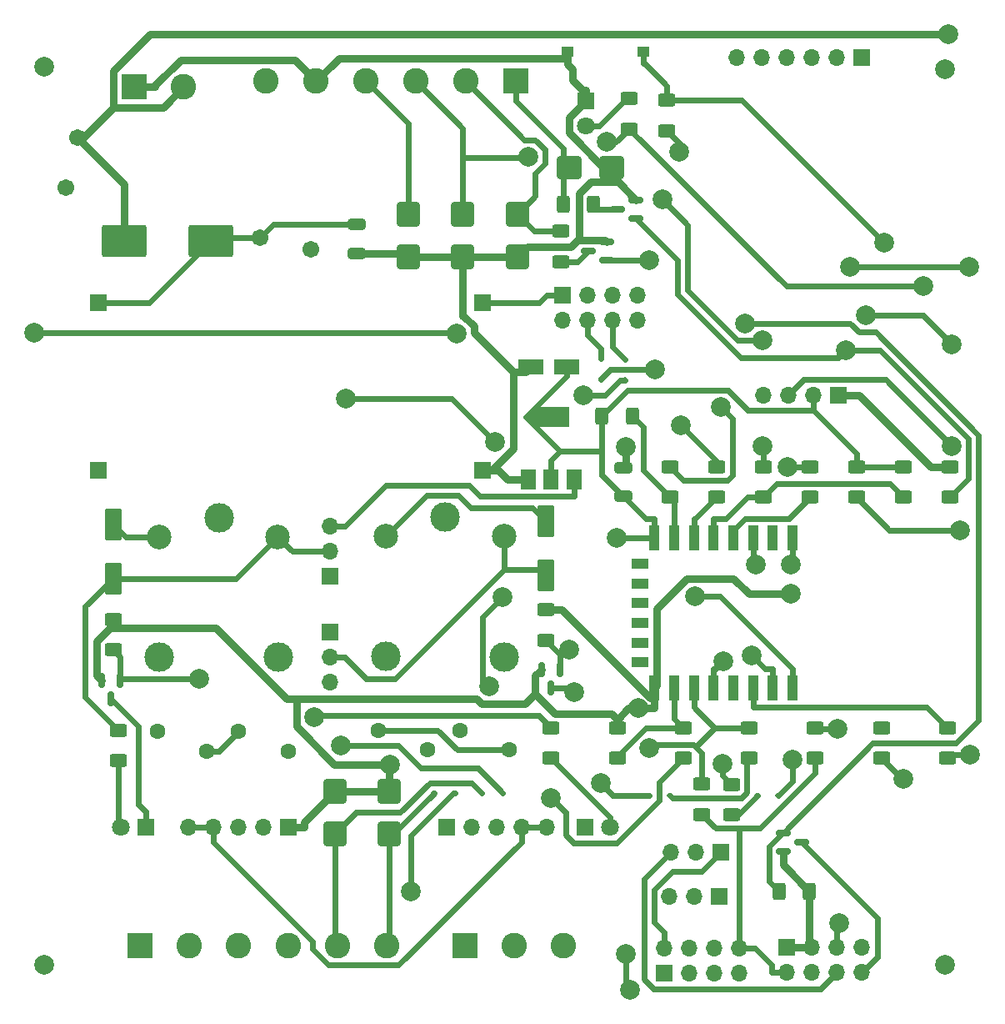
<source format=gbr>
%TF.GenerationSoftware,KiCad,Pcbnew,7.0.8*%
%TF.CreationDate,2024-12-20T13:37:24-03:00*%
%TF.ProjectId,Tesseract,54657373-6572-4616-9374-2e6b69636164,rev?*%
%TF.SameCoordinates,Original*%
%TF.FileFunction,Copper,L1,Top*%
%TF.FilePolarity,Positive*%
%FSLAX46Y46*%
G04 Gerber Fmt 4.6, Leading zero omitted, Abs format (unit mm)*
G04 Created by KiCad (PCBNEW 7.0.8) date 2024-12-20 13:37:24*
%MOMM*%
%LPD*%
G01*
G04 APERTURE LIST*
G04 Aperture macros list*
%AMRoundRect*
0 Rectangle with rounded corners*
0 $1 Rounding radius*
0 $2 $3 $4 $5 $6 $7 $8 $9 X,Y pos of 4 corners*
0 Add a 4 corners polygon primitive as box body*
4,1,4,$2,$3,$4,$5,$6,$7,$8,$9,$2,$3,0*
0 Add four circle primitives for the rounded corners*
1,1,$1+$1,$2,$3*
1,1,$1+$1,$4,$5*
1,1,$1+$1,$6,$7*
1,1,$1+$1,$8,$9*
0 Add four rect primitives between the rounded corners*
20,1,$1+$1,$2,$3,$4,$5,0*
20,1,$1+$1,$4,$5,$6,$7,0*
20,1,$1+$1,$6,$7,$8,$9,0*
20,1,$1+$1,$8,$9,$2,$3,0*%
G04 Aperture macros list end*
%TA.AperFunction,ComponentPad*%
%ADD10R,2.600000X2.600000*%
%TD*%
%TA.AperFunction,ComponentPad*%
%ADD11C,2.600000*%
%TD*%
%TA.AperFunction,SMDPad,CuDef*%
%ADD12R,1.000000X2.500000*%
%TD*%
%TA.AperFunction,SMDPad,CuDef*%
%ADD13R,1.800000X1.000000*%
%TD*%
%TA.AperFunction,SMDPad,CuDef*%
%ADD14RoundRect,0.250000X-1.000000X-0.900000X1.000000X-0.900000X1.000000X0.900000X-1.000000X0.900000X0*%
%TD*%
%TA.AperFunction,SMDPad,CuDef*%
%ADD15RoundRect,0.250000X0.625000X-0.400000X0.625000X0.400000X-0.625000X0.400000X-0.625000X-0.400000X0*%
%TD*%
%TA.AperFunction,ComponentPad*%
%ADD16C,1.600000*%
%TD*%
%TA.AperFunction,SMDPad,CuDef*%
%ADD17RoundRect,0.250000X0.600000X-1.400000X0.600000X1.400000X-0.600000X1.400000X-0.600000X-1.400000X0*%
%TD*%
%TA.AperFunction,SMDPad,CuDef*%
%ADD18RoundRect,0.250000X1.050000X0.550000X-1.050000X0.550000X-1.050000X-0.550000X1.050000X-0.550000X0*%
%TD*%
%TA.AperFunction,SMDPad,CuDef*%
%ADD19RoundRect,0.112500X-0.187500X-0.112500X0.187500X-0.112500X0.187500X0.112500X-0.187500X0.112500X0*%
%TD*%
%TA.AperFunction,ComponentPad*%
%ADD20R,1.700000X1.700000*%
%TD*%
%TA.AperFunction,ComponentPad*%
%ADD21O,1.700000X1.700000*%
%TD*%
%TA.AperFunction,SMDPad,CuDef*%
%ADD22RoundRect,0.250000X-0.625000X0.400000X-0.625000X-0.400000X0.625000X-0.400000X0.625000X0.400000X0*%
%TD*%
%TA.AperFunction,SMDPad,CuDef*%
%ADD23RoundRect,0.250000X-0.650000X0.325000X-0.650000X-0.325000X0.650000X-0.325000X0.650000X0.325000X0*%
%TD*%
%TA.AperFunction,ComponentPad*%
%ADD24R,1.800000X1.800000*%
%TD*%
%TA.AperFunction,ComponentPad*%
%ADD25C,1.800000*%
%TD*%
%TA.AperFunction,SMDPad,CuDef*%
%ADD26RoundRect,0.112500X-0.112500X0.187500X-0.112500X-0.187500X0.112500X-0.187500X0.112500X0.187500X0*%
%TD*%
%TA.AperFunction,ComponentPad*%
%ADD27C,1.710000*%
%TD*%
%TA.AperFunction,SMDPad,CuDef*%
%ADD28RoundRect,0.250000X0.900000X-1.000000X0.900000X1.000000X-0.900000X1.000000X-0.900000X-1.000000X0*%
%TD*%
%TA.AperFunction,SMDPad,CuDef*%
%ADD29RoundRect,0.250000X-0.900000X1.000000X-0.900000X-1.000000X0.900000X-1.000000X0.900000X1.000000X0*%
%TD*%
%TA.AperFunction,SMDPad,CuDef*%
%ADD30RoundRect,0.150000X-0.150000X0.587500X-0.150000X-0.587500X0.150000X-0.587500X0.150000X0.587500X0*%
%TD*%
%TA.AperFunction,ComponentPad*%
%ADD31C,3.000000*%
%TD*%
%TA.AperFunction,ComponentPad*%
%ADD32C,2.500000*%
%TD*%
%TA.AperFunction,SMDPad,CuDef*%
%ADD33RoundRect,0.250000X-2.000000X1.400000X-2.000000X-1.400000X2.000000X-1.400000X2.000000X1.400000X0*%
%TD*%
%TA.AperFunction,SMDPad,CuDef*%
%ADD34RoundRect,0.150000X0.587500X0.150000X-0.587500X0.150000X-0.587500X-0.150000X0.587500X-0.150000X0*%
%TD*%
%TA.AperFunction,SMDPad,CuDef*%
%ADD35RoundRect,0.150000X-0.587500X-0.150000X0.587500X-0.150000X0.587500X0.150000X-0.587500X0.150000X0*%
%TD*%
%TA.AperFunction,SMDPad,CuDef*%
%ADD36R,1.250000X1.000000*%
%TD*%
%TA.AperFunction,SMDPad,CuDef*%
%ADD37RoundRect,0.250000X-0.400000X-0.625000X0.400000X-0.625000X0.400000X0.625000X-0.400000X0.625000X0*%
%TD*%
%TA.AperFunction,SMDPad,CuDef*%
%ADD38R,1.500000X2.000000*%
%TD*%
%TA.AperFunction,SMDPad,CuDef*%
%ADD39R,3.800000X2.000000*%
%TD*%
%TA.AperFunction,SMDPad,CuDef*%
%ADD40RoundRect,0.112500X0.187500X0.112500X-0.187500X0.112500X-0.187500X-0.112500X0.187500X-0.112500X0*%
%TD*%
%TA.AperFunction,ViaPad*%
%ADD41C,2.000000*%
%TD*%
%TA.AperFunction,Conductor*%
%ADD42C,0.600000*%
%TD*%
%TA.AperFunction,Conductor*%
%ADD43C,0.800000*%
%TD*%
G04 APERTURE END LIST*
D10*
%TO.P,J22,1,Pin_1*%
%TO.N,Net-(J22-Pin_1)*%
X33250000Y-119000000D03*
D11*
%TO.P,J22,2,Pin_2*%
%TO.N,Net-(J22-Pin_2)*%
X38250000Y-119000000D03*
%TO.P,J22,3,Pin_3*%
%TO.N,Net-(J22-Pin_3)*%
X43250000Y-119000000D03*
%TO.P,J22,4,Pin_4*%
%TO.N,GND*%
X48250000Y-119000000D03*
%TO.P,J22,5,Pin_5*%
%TO.N,Net-(D5-K)*%
X53250000Y-119000000D03*
%TO.P,J22,6,Pin_6*%
%TO.N,BTN*%
X58250000Y-119000000D03*
%TD*%
D12*
%TO.P,U3,1,~{RST}*%
%TO.N,Net-(U3-~{RST})*%
X99500000Y-77650000D03*
%TO.P,U3,2,ADC*%
%TO.N,unconnected-(U3-ADC-Pad2)*%
X97500000Y-77650000D03*
%TO.P,U3,3,EN*%
%TO.N,Net-(U3-EN)*%
X95500000Y-77650000D03*
%TO.P,U3,4,GPIO16*%
%TO.N,GPIO16*%
X93500000Y-77650000D03*
%TO.P,U3,5,GPIO14*%
%TO.N,GPIO14*%
X91500000Y-77650000D03*
%TO.P,U3,6,GPIO12*%
%TO.N,GPIO12*%
X89500000Y-77650000D03*
%TO.P,U3,7,GPIO13*%
%TO.N,GPIO13*%
X87500000Y-77650000D03*
%TO.P,U3,8,VCC*%
%TO.N,+3.3V*%
X85500000Y-77650000D03*
D13*
%TO.P,U3,9,CS0*%
%TO.N,unconnected-(U3-CS0-Pad9)*%
X84000000Y-80250000D03*
%TO.P,U3,10,MISO*%
%TO.N,unconnected-(U3-MISO-Pad10)*%
X84000000Y-82250000D03*
%TO.P,U3,11,GPIO9*%
%TO.N,unconnected-(U3-GPIO9-Pad11)*%
X84000000Y-84250000D03*
%TO.P,U3,12,GPIO10*%
%TO.N,unconnected-(U3-GPIO10-Pad12)*%
X84000000Y-86250000D03*
%TO.P,U3,13,MOSI*%
%TO.N,unconnected-(U3-MOSI-Pad13)*%
X84000000Y-88250000D03*
%TO.P,U3,14,SCLK*%
%TO.N,unconnected-(U3-SCLK-Pad14)*%
X84000000Y-90250000D03*
D12*
%TO.P,U3,15,GND*%
%TO.N,GND*%
X85500000Y-92850000D03*
%TO.P,U3,16,GPIO15*%
%TO.N,GPIO15*%
X87500000Y-92850000D03*
%TO.P,U3,17,GPIO2*%
%TO.N,GPIO2*%
X89500000Y-92850000D03*
%TO.P,U3,18,GPIO0*%
%TO.N,GPIO0*%
X91500000Y-92850000D03*
%TO.P,U3,19,GPIO4*%
%TO.N,GPIO4*%
X93500000Y-92850000D03*
%TO.P,U3,20,GPIO5*%
%TO.N,GPIO5*%
X95500000Y-92850000D03*
%TO.P,U3,21,GPIO3/RXD*%
%TO.N,SDA{slash}RX*%
X97500000Y-92850000D03*
%TO.P,U3,22,GPIO1/TXD*%
%TO.N,SCL{slash}TX*%
X99500000Y-92850000D03*
%TD*%
D14*
%TO.P,D12,1,A1*%
%TO.N,BEEP*%
X76850000Y-40000000D03*
%TO.P,D12,2,A2*%
%TO.N,GND*%
X81150000Y-40000000D03*
%TD*%
D15*
%TO.P,R23,1*%
%TO.N,GPIO15*%
X81708300Y-100000000D03*
%TO.P,R23,2*%
%TO.N,GND*%
X81708300Y-96900000D03*
%TD*%
D16*
%TO.P,RV3,1*%
%TO.N,Net-(J14-Pin_1)*%
X62450000Y-99150000D03*
%TO.P,RV3,2*%
%TO.N,Net-(J14-Pin_2)*%
X57450000Y-97150000D03*
%TD*%
D17*
%TO.P,D7,1,K*%
%TO.N,Net-(D7-K)*%
X74450000Y-81400000D03*
%TO.P,D7,2,A*%
%TO.N,Net-(D7-A)*%
X74450000Y-75900000D03*
%TD*%
D18*
%TO.P,C4,1*%
%TO.N,+3.3V*%
X76550000Y-60250000D03*
%TO.P,C4,2*%
%TO.N,GND*%
X72950000Y-60250000D03*
%TD*%
D19*
%TO.P,D17,1,K*%
%TO.N,BTN*%
X63150000Y-103500000D03*
%TO.P,D17,2,A*%
%TO.N,Net-(D17-A)*%
X65250000Y-103500000D03*
%TD*%
D20*
%TO.P,J6,1,Pin_1*%
%TO.N,TXP*%
X92250000Y-109500000D03*
D21*
%TO.P,J6,2,Pin_2*%
%TO.N,SCL{slash}TX*%
X89710000Y-109500000D03*
%TO.P,J6,3,Pin_3*%
%TO.N,SCL*%
X87170000Y-109500000D03*
%TD*%
D22*
%TO.P,R7,1*%
%TO.N,Net-(D5-A)*%
X87068600Y-70400000D03*
%TO.P,R7,2*%
%TO.N,GPIO13*%
X87068600Y-73500000D03*
%TD*%
%TO.P,R25,1*%
%TO.N,Net-(D3-A)*%
X82920000Y-33000000D03*
%TO.P,R25,2*%
%TO.N,+5V*%
X82920000Y-36100000D03*
%TD*%
D20*
%TO.P,J1,1,Pin_1*%
%TO.N,12V*%
X52500000Y-81525000D03*
D21*
%TO.P,J1,2,Pin_2*%
%TO.N,Net-(D2-K)*%
X52500000Y-78985000D03*
%TO.P,J1,3,Pin_3*%
%TO.N,+5V*%
X52500000Y-76445000D03*
%TD*%
D23*
%TO.P,C1,1*%
%TO.N,12V*%
X55250000Y-45800000D03*
%TO.P,C1,2*%
%TO.N,GND*%
X55250000Y-48750000D03*
%TD*%
D15*
%TO.P,R16,1*%
%TO.N,Net-(Q3-B)*%
X74450000Y-88000000D03*
%TO.P,R16,2*%
%TO.N,GND*%
X74450000Y-84900000D03*
%TD*%
D20*
%TO.P,J13,1,Pin_1*%
%TO.N,unconnected-(J13-Pin_1-Pad1)*%
X106550000Y-28850000D03*
D21*
%TO.P,J13,2,Pin_2*%
%TO.N,unconnected-(J13-Pin_2-Pad2)*%
X104010000Y-28850000D03*
%TO.P,J13,3,Pin_3*%
%TO.N,unconnected-(J13-Pin_3-Pad3)*%
X101470000Y-28850000D03*
%TO.P,J13,4,Pin_4*%
%TO.N,unconnected-(J13-Pin_4-Pad4)*%
X98930000Y-28850000D03*
%TO.P,J13,5,Pin_5*%
%TO.N,unconnected-(J13-Pin_5-Pad5)*%
X96390000Y-28850000D03*
%TO.P,J13,6,Pin_6*%
%TO.N,unconnected-(J13-Pin_6-Pad6)*%
X93850000Y-28850000D03*
%TD*%
D24*
%TO.P,D4,1,K*%
%TO.N,Net-(D2-A)*%
X33790000Y-107000000D03*
D25*
%TO.P,D4,2,A*%
%TO.N,Net-(D4-A)*%
X31250000Y-107000000D03*
%TD*%
D10*
%TO.P,J14,1,Pin_1*%
%TO.N,Net-(J14-Pin_1)*%
X66250000Y-119000000D03*
D11*
%TO.P,J14,2,Pin_2*%
%TO.N,Net-(J14-Pin_2)*%
X71250000Y-119000000D03*
%TO.P,J14,3,Pin_3*%
%TO.N,Net-(J14-Pin_3)*%
X76250000Y-119000000D03*
%TD*%
D10*
%TO.P,J15,1,Pin_1*%
%TO.N,BEEP*%
X71400000Y-31250000D03*
D11*
%TO.P,J15,2,Pin_2*%
%TO.N,LED*%
X66320000Y-31250000D03*
%TO.P,J15,3,Pin_3*%
%TO.N,D1*%
X61240000Y-31250000D03*
%TO.P,J15,4,Pin_4*%
%TO.N,D0*%
X56160000Y-31250000D03*
%TO.P,J15,5,Pin_5*%
%TO.N,GND*%
X51080000Y-31250000D03*
%TO.P,J15,6,Pin_6*%
%TO.N,Net-(J15-Pin_6)*%
X46000000Y-31250000D03*
%TD*%
D15*
%TO.P,R10,1*%
%TO.N,Net-(D8-A)*%
X75000000Y-100000000D03*
%TO.P,R10,2*%
%TO.N,Net-(D7-K)*%
X75000000Y-96900000D03*
%TD*%
D26*
%TO.P,D15,1,K*%
%TO.N,D0-RFW26*%
X82500000Y-59500000D03*
%TO.P,D15,2,A*%
%TO.N,GPIO0*%
X82500000Y-61600000D03*
%TD*%
D17*
%TO.P,D2,1,K*%
%TO.N,Net-(D2-K)*%
X30500000Y-81750000D03*
%TO.P,D2,2,A*%
%TO.N,Net-(D2-A)*%
X30500000Y-76250000D03*
%TD*%
D22*
%TO.P,R21,1*%
%TO.N,GPIO15*%
X88416700Y-96900000D03*
%TO.P,R21,2*%
%TO.N,Net-(Q4-B)*%
X88416700Y-100000000D03*
%TD*%
D15*
%TO.P,R24,1*%
%TO.N,Net-(Q5-B)*%
X115500000Y-73500000D03*
%TO.P,R24,2*%
%TO.N,GND*%
X115500000Y-70400000D03*
%TD*%
D27*
%TO.P,F1,1*%
%TO.N,+12V*%
X26850000Y-36950000D03*
%TO.P,F1,2*%
%TO.N,12VOUT*%
X25650000Y-42050000D03*
%TD*%
D28*
%TO.P,D18,1,A1*%
%TO.N,BTN*%
X58500000Y-107650000D03*
%TO.P,D18,2,A2*%
%TO.N,GND*%
X58500000Y-103350000D03*
%TD*%
D29*
%TO.P,D9,1,A1*%
%TO.N,D0*%
X60450000Y-44750000D03*
%TO.P,D9,2,A2*%
%TO.N,GND*%
X60450000Y-49050000D03*
%TD*%
D30*
%TO.P,Q1,1,B*%
%TO.N,Net-(Q1-B)*%
X31200000Y-92062500D03*
%TO.P,Q1,2,E*%
%TO.N,GND*%
X29300000Y-92062500D03*
%TO.P,Q1,3,C*%
%TO.N,Net-(D2-A)*%
X30250000Y-93937500D03*
%TD*%
D20*
%TO.P,J3,1,Pin_1*%
%TO.N,GND*%
X29000000Y-70750000D03*
%TD*%
%TO.P,J19,1,Pin_1*%
%TO.N,+5V*%
X68000000Y-53750000D03*
%TD*%
D22*
%TO.P,R18,1*%
%TO.N,+3.3V*%
X110761400Y-70400000D03*
%TO.P,R18,2*%
%TO.N,GPIO14*%
X110761400Y-73500000D03*
%TD*%
%TO.P,R5,1*%
%TO.N,+3.3V*%
X106022900Y-70400000D03*
%TO.P,R5,2*%
%TO.N,Net-(U3-EN)*%
X106022900Y-73500000D03*
%TD*%
D15*
%TO.P,R1,1*%
%TO.N,Net-(D4-A)*%
X31000000Y-100250000D03*
%TO.P,R1,2*%
%TO.N,Net-(D2-K)*%
X31000000Y-97150000D03*
%TD*%
%TO.P,R12,1*%
%TO.N,+3.3V*%
X90300000Y-105700000D03*
%TO.P,R12,2*%
%TO.N,GPIO2*%
X90300000Y-102600000D03*
%TD*%
D20*
%TO.P,J8,1,Pin_1*%
%TO.N,GND*%
X48250000Y-107000000D03*
D21*
%TO.P,J8,2,Pin_2*%
%TO.N,Net-(J22-Pin_2)*%
X45710000Y-107000000D03*
%TO.P,J8,3,Pin_3*%
%TO.N,Net-(J8-Pin_3)*%
X43170000Y-107000000D03*
%TO.P,J8,4,Pin_4*%
%TO.N,12VOUT*%
X40630000Y-107000000D03*
%TO.P,J8,5,Pin_5*%
X38090000Y-107000000D03*
%TD*%
D22*
%TO.P,R2,1*%
%TO.N,GPIO4*%
X108541700Y-96900000D03*
%TO.P,R2,2*%
%TO.N,Net-(Q1-B)*%
X108541700Y-100000000D03*
%TD*%
%TO.P,R20,1*%
%TO.N,Net-(D17-A)*%
X96545700Y-70400000D03*
%TO.P,R20,2*%
%TO.N,GPIO14*%
X96545700Y-73500000D03*
%TD*%
D16*
%TO.P,RV2,1*%
%TO.N,Net-(J22-Pin_2)*%
X43250000Y-97250000D03*
%TO.P,RV2,2*%
%TO.N,Net-(J22-Pin_3)*%
X48250000Y-99250000D03*
%TD*%
D31*
%TO.P,K1,1*%
%TO.N,Net-(J8-Pin_3)*%
X41250000Y-75550000D03*
D32*
%TO.P,K1,2*%
%TO.N,Net-(D2-A)*%
X35200000Y-77500000D03*
D31*
%TO.P,K1,3*%
%TO.N,Net-(J22-Pin_1)*%
X35200000Y-89700000D03*
%TO.P,K1,4*%
%TO.N,Net-(J22-Pin_3)*%
X47250000Y-89750000D03*
D32*
%TO.P,K1,5*%
%TO.N,Net-(D2-K)*%
X47200000Y-77500000D03*
%TD*%
D19*
%TO.P,D5,1,K*%
%TO.N,Net-(D5-K)*%
X67950000Y-103500000D03*
%TO.P,D5,2,A*%
%TO.N,Net-(D5-A)*%
X70050000Y-103500000D03*
%TD*%
D29*
%TO.P,D10,1,A1*%
%TO.N,D1*%
X66000000Y-44750000D03*
%TO.P,D10,2,A2*%
%TO.N,GND*%
X66000000Y-49050000D03*
%TD*%
D33*
%TO.P,D1,1,K*%
%TO.N,12V*%
X40400000Y-47500000D03*
%TO.P,D1,2,A*%
%TO.N,+12V*%
X31600000Y-47500000D03*
%TD*%
D27*
%TO.P,F2,1*%
%TO.N,12V*%
X45450000Y-47150000D03*
%TO.P,F2,2*%
%TO.N,Net-(J15-Pin_6)*%
X50550000Y-48350000D03*
%TD*%
D15*
%TO.P,R15,1*%
%TO.N,Net-(D14-A)*%
X95125000Y-100000000D03*
%TO.P,R15,2*%
%TO.N,GPIO2*%
X95125000Y-96900000D03*
%TD*%
D20*
%TO.P,J2,1,Pin_1*%
%TO.N,12V*%
X29000000Y-53750000D03*
%TD*%
D26*
%TO.P,D16,1,K*%
%TO.N,D1-RFW26*%
X80000000Y-59400000D03*
%TO.P,D16,2,A*%
%TO.N,GPIO2*%
X80000000Y-61500000D03*
%TD*%
D15*
%TO.P,R8,1*%
%TO.N,GPIO12*%
X91807100Y-73500000D03*
%TO.P,R8,2*%
%TO.N,Net-(Q2-B)*%
X91807100Y-70400000D03*
%TD*%
D22*
%TO.P,R13,1*%
%TO.N,GPIO5*%
X115250000Y-96900000D03*
%TO.P,R13,2*%
%TO.N,Net-(Q3-B)*%
X115250000Y-100000000D03*
%TD*%
D15*
%TO.P,R22,1*%
%TO.N,GPIO16*%
X101284300Y-73500000D03*
%TO.P,R22,2*%
%TO.N,Net-(Q5-B)*%
X101284300Y-70400000D03*
%TD*%
D16*
%TO.P,RV4,1*%
%TO.N,Net-(J14-Pin_2)*%
X70700000Y-99150000D03*
%TO.P,RV4,2*%
%TO.N,Net-(J14-Pin_3)*%
X65700000Y-97150000D03*
%TD*%
D20*
%TO.P,J20,1,Pin_1*%
%TO.N,GND*%
X68000000Y-70750000D03*
%TD*%
%TO.P,J10,1,Pin_1*%
%TO.N,GND*%
X104180000Y-63100000D03*
D21*
%TO.P,J10,2,Pin_2*%
%TO.N,+3.3V*%
X101640000Y-63100000D03*
%TO.P,J10,3,Pin_3*%
%TO.N,SDA*%
X99100000Y-63100000D03*
%TO.P,J10,4,Pin_4*%
%TO.N,SCL*%
X96560000Y-63100000D03*
%TD*%
D34*
%TO.P,Q5,1,B*%
%TO.N,Net-(Q5-B)*%
X83625000Y-45200000D03*
%TO.P,Q5,2,E*%
%TO.N,GND*%
X83625000Y-43300000D03*
%TO.P,Q5,3,C*%
%TO.N,Net-(Q5-C)*%
X81750000Y-44250000D03*
%TD*%
D15*
%TO.P,R3,1*%
%TO.N,Net-(Q1-B)*%
X30500000Y-89000000D03*
%TO.P,R3,2*%
%TO.N,GND*%
X30500000Y-85900000D03*
%TD*%
D20*
%TO.P,J12,1,Pin_1*%
%TO.N,12V*%
X52500000Y-87210000D03*
D21*
%TO.P,J12,2,Pin_2*%
%TO.N,Net-(D7-K)*%
X52500000Y-89750000D03*
%TO.P,J12,3,Pin_3*%
%TO.N,+5V*%
X52500000Y-92290000D03*
%TD*%
D35*
%TO.P,Q2,1,B*%
%TO.N,Net-(Q2-B)*%
X98562500Y-107550000D03*
%TO.P,Q2,2,E*%
%TO.N,GND*%
X98562500Y-109450000D03*
%TO.P,Q2,3,C*%
%TO.N,RST*%
X100437500Y-108500000D03*
%TD*%
D22*
%TO.P,R17,1*%
%TO.N,LED*%
X76000000Y-46500000D03*
%TO.P,R17,2*%
%TO.N,Net-(Q4-C)*%
X76000000Y-49600000D03*
%TD*%
D36*
%TO.P,SW1,1,1*%
%TO.N,GND*%
X76625000Y-28250000D03*
%TO.P,SW1,2,2*%
%TO.N,Net-(U3-~{RST})*%
X84375000Y-28250000D03*
%TD*%
D20*
%TO.P,J7,1,Pin_1*%
%TO.N,RXP*%
X92080000Y-114000000D03*
D21*
%TO.P,J7,2,Pin_2*%
%TO.N,SDA{slash}RX*%
X89540000Y-114000000D03*
%TO.P,J7,3,Pin_3*%
%TO.N,SDA*%
X87000000Y-114000000D03*
%TD*%
D29*
%TO.P,D11,1,A1*%
%TO.N,LED*%
X71550000Y-44750000D03*
%TO.P,D11,2,A2*%
%TO.N,GND*%
X71550000Y-49050000D03*
%TD*%
D20*
%TO.P,J21,1,Pin_1*%
%TO.N,GND*%
X98960000Y-119210000D03*
D21*
%TO.P,J21,2,Pin_2*%
%TO.N,+3.3V*%
X98960000Y-121750000D03*
%TO.P,J21,3,Pin_3*%
%TO.N,GND*%
X101500000Y-119210000D03*
%TO.P,J21,4,Pin_4*%
%TO.N,SDA*%
X101500000Y-121750000D03*
%TO.P,J21,5,Pin_5*%
%TO.N,+5V*%
X104040000Y-119210000D03*
%TO.P,J21,6,Pin_6*%
%TO.N,SCL*%
X104040000Y-121750000D03*
%TO.P,J21,7,Pin_7*%
%TO.N,+12V*%
X106580000Y-119210000D03*
%TO.P,J21,8,Pin_8*%
%TO.N,RST*%
X106580000Y-121750000D03*
%TD*%
D15*
%TO.P,R14,1*%
%TO.N,Net-(D13-A)*%
X93300000Y-105750000D03*
%TO.P,R14,2*%
%TO.N,GPIO0*%
X93300000Y-102650000D03*
%TD*%
D23*
%TO.P,C5,1*%
%TO.N,GND*%
X82300000Y-70475000D03*
%TO.P,C5,2*%
%TO.N,+3.3V*%
X82300000Y-73425000D03*
%TD*%
D24*
%TO.P,D3,1,K*%
%TO.N,GND*%
X78500000Y-33250000D03*
D25*
%TO.P,D3,2,A*%
%TO.N,Net-(D3-A)*%
X78500000Y-35790000D03*
%TD*%
D37*
%TO.P,R19,1*%
%TO.N,BEEP*%
X76200000Y-43750000D03*
%TO.P,R19,2*%
%TO.N,Net-(Q5-C)*%
X79300000Y-43750000D03*
%TD*%
D15*
%TO.P,R4,1*%
%TO.N,+3.3V*%
X86750000Y-36300000D03*
%TO.P,R4,2*%
%TO.N,Net-(U3-~{RST})*%
X86750000Y-33200000D03*
%TD*%
D10*
%TO.P,J5,1,Pin_1*%
%TO.N,GND*%
X32660000Y-31805000D03*
D11*
%TO.P,J5,2,Pin_2*%
%TO.N,+12V*%
X37660000Y-31805000D03*
%TD*%
D38*
%TO.P,U2,1,GND*%
%TO.N,GND*%
X72700000Y-71650000D03*
%TO.P,U2,2,VO*%
%TO.N,+3.3V*%
X75000000Y-71650000D03*
D39*
X75000000Y-65350000D03*
D38*
%TO.P,U2,3,VI*%
%TO.N,+5V*%
X77300000Y-71650000D03*
%TD*%
D37*
%TO.P,R6,1*%
%TO.N,+3.3V*%
X80150000Y-65250000D03*
%TO.P,R6,2*%
%TO.N,GPIO13*%
X83250000Y-65250000D03*
%TD*%
D15*
%TO.P,R11,1*%
%TO.N,+3.3V*%
X101833300Y-100000000D03*
%TO.P,R11,2*%
%TO.N,GPIO0*%
X101833300Y-96900000D03*
%TD*%
D30*
%TO.P,Q3,1,B*%
%TO.N,Net-(Q3-B)*%
X75900000Y-90962500D03*
%TO.P,Q3,2,E*%
%TO.N,GND*%
X74000000Y-90962500D03*
%TO.P,Q3,3,C*%
%TO.N,Net-(D7-A)*%
X74950000Y-92837500D03*
%TD*%
D20*
%TO.P,J9,1,Pin_1*%
%TO.N,GND*%
X86500000Y-121790000D03*
D21*
%TO.P,J9,2,Pin_2*%
%TO.N,TXP*%
X86500000Y-119250000D03*
%TO.P,J9,3,Pin_3*%
%TO.N,unconnected-(J9-Pin_3-Pad3)*%
X89040000Y-121790000D03*
%TO.P,J9,4,Pin_4*%
%TO.N,unconnected-(J9-Pin_4-Pad4)*%
X89040000Y-119250000D03*
%TO.P,J9,5,Pin_5*%
%TO.N,GPIO0*%
X91580000Y-121790000D03*
%TO.P,J9,6,Pin_6*%
%TO.N,unconnected-(J9-Pin_6-Pad6)*%
X91580000Y-119250000D03*
%TO.P,J9,7,Pin_7*%
%TO.N,RXP*%
X94120000Y-121790000D03*
%TO.P,J9,8,Pin_8*%
%TO.N,+3.3V*%
X94120000Y-119250000D03*
%TD*%
D28*
%TO.P,D6,1,A1*%
%TO.N,Net-(D5-K)*%
X53000000Y-107650000D03*
%TO.P,D6,2,A2*%
%TO.N,GND*%
X53000000Y-103350000D03*
%TD*%
D34*
%TO.P,Q4,1,B*%
%TO.N,Net-(Q4-B)*%
X80625000Y-49450000D03*
%TO.P,Q4,2,E*%
%TO.N,GND*%
X80625000Y-47550000D03*
%TO.P,Q4,3,C*%
%TO.N,Net-(Q4-C)*%
X78750000Y-48500000D03*
%TD*%
D40*
%TO.P,D13,1,K*%
%TO.N,D0*%
X98050000Y-103750000D03*
%TO.P,D13,2,A*%
%TO.N,Net-(D13-A)*%
X95950000Y-103750000D03*
%TD*%
D20*
%TO.P,J17,1,Pin_1*%
%TO.N,+5V*%
X76130000Y-52960000D03*
D21*
%TO.P,J17,2,Pin_2*%
X76130000Y-55500000D03*
%TO.P,J17,3,Pin_3*%
%TO.N,D1-RFW26*%
X78670000Y-52960000D03*
%TO.P,J17,4,Pin_4*%
X78670000Y-55500000D03*
%TO.P,J17,5,Pin_5*%
%TO.N,D0-RFW26*%
X81210000Y-52960000D03*
%TO.P,J17,6,Pin_6*%
X81210000Y-55500000D03*
%TO.P,J17,7,Pin_7*%
%TO.N,GND*%
X83750000Y-52960000D03*
%TO.P,J17,8,Pin_8*%
X83750000Y-55500000D03*
%TD*%
D37*
%TO.P,R9,1*%
%TO.N,Net-(Q2-B)*%
X98150000Y-113500000D03*
%TO.P,R9,2*%
%TO.N,GND*%
X101250000Y-113500000D03*
%TD*%
D31*
%TO.P,K2,1*%
%TO.N,Net-(J16-Pin_3)*%
X64250000Y-75500000D03*
D32*
%TO.P,K2,2*%
%TO.N,Net-(D7-A)*%
X58200000Y-77450000D03*
D31*
%TO.P,K2,3*%
%TO.N,Net-(J14-Pin_1)*%
X58200000Y-89650000D03*
%TO.P,K2,4*%
%TO.N,Net-(J14-Pin_3)*%
X70250000Y-89700000D03*
D32*
%TO.P,K2,5*%
%TO.N,Net-(D7-K)*%
X70200000Y-77450000D03*
%TD*%
D20*
%TO.P,J16,1,Pin_1*%
%TO.N,GND*%
X64340000Y-107000000D03*
D21*
%TO.P,J16,2,Pin_2*%
%TO.N,Net-(J14-Pin_2)*%
X66880000Y-107000000D03*
%TO.P,J16,3,Pin_3*%
%TO.N,Net-(J16-Pin_3)*%
X69420000Y-107000000D03*
%TO.P,J16,4,Pin_4*%
%TO.N,12VOUT*%
X71960000Y-107000000D03*
%TO.P,J16,5,Pin_5*%
X74500000Y-107000000D03*
%TD*%
D16*
%TO.P,RV1,1*%
%TO.N,Net-(J22-Pin_1)*%
X35000000Y-97250000D03*
%TO.P,RV1,2*%
%TO.N,Net-(J22-Pin_2)*%
X40000000Y-99250000D03*
%TD*%
D24*
%TO.P,D8,1,K*%
%TO.N,Net-(D7-A)*%
X78460000Y-107000000D03*
D25*
%TO.P,D8,2,A*%
%TO.N,Net-(D8-A)*%
X81000000Y-107000000D03*
%TD*%
D19*
%TO.P,D14,1,K*%
%TO.N,D1*%
X84950000Y-103750000D03*
%TO.P,D14,2,A*%
%TO.N,Net-(D14-A)*%
X87050000Y-103750000D03*
%TD*%
D41*
%TO.N,*%
X23500000Y-121000000D03*
X115000000Y-121000000D03*
X115000000Y-30000000D03*
X23500000Y-29750000D03*
%TO.N,Net-(U3-EN)*%
X116574800Y-76852700D03*
X115723800Y-57943200D03*
X106969000Y-55026100D03*
X95792800Y-80318400D03*
%TO.N,Net-(U3-~{RST})*%
X108827800Y-47673800D03*
X99319900Y-80319600D03*
%TO.N,Net-(Q5-B)*%
X104903500Y-58567700D03*
X99006300Y-70400000D03*
%TO.N,Net-(Q4-B)*%
X84957600Y-49450000D03*
X70074000Y-83600000D03*
X68671100Y-92685100D03*
X75002300Y-104005900D03*
%TO.N,Net-(Q3-B)*%
X76831900Y-88940300D03*
X69258100Y-67855700D03*
X54158100Y-63475600D03*
X105384500Y-50086200D03*
X117437900Y-50086200D03*
X117546300Y-99626900D03*
%TO.N,Net-(Q2-B)*%
X88160400Y-66168300D03*
X94714300Y-55862600D03*
%TO.N,Net-(Q1-B)*%
X39205600Y-91902800D03*
X110804000Y-102077200D03*
%TO.N,SDA*%
X115711700Y-68288400D03*
%TO.N,SDA{slash}RX*%
X95341800Y-89526300D03*
%TO.N,SCL{slash}TX*%
X89571900Y-83572200D03*
%TO.N,+5V*%
X80616100Y-37416000D03*
X112795300Y-52064900D03*
X104265700Y-116759200D03*
%TO.N,Net-(D17-A)*%
X60727500Y-113475300D03*
X22430000Y-56781700D03*
X65361700Y-56887100D03*
X96469800Y-68325500D03*
%TO.N,GPIO2*%
X85544400Y-60550100D03*
X84984300Y-98984600D03*
%TO.N,GPIO0*%
X104111300Y-97007500D03*
X92374000Y-100542900D03*
X92487800Y-90146600D03*
X78254700Y-63142400D03*
X82601900Y-119882800D03*
X83045500Y-123502100D03*
%TO.N,D1*%
X72647400Y-38894900D03*
X80012800Y-102542300D03*
%TO.N,D0*%
X99473200Y-100114600D03*
%TO.N,Net-(D7-A)*%
X77314700Y-93276000D03*
%TO.N,Net-(D7-K)*%
X50948100Y-95825100D03*
%TO.N,Net-(D5-A)*%
X92252900Y-64364800D03*
X96441700Y-57580100D03*
X86268400Y-43247300D03*
X53587300Y-98694900D03*
%TO.N,+12V*%
X115309800Y-26505000D03*
%TO.N,+3.3V*%
X87970300Y-38393400D03*
X81679000Y-77650000D03*
%TO.N,GND*%
X82555700Y-68406100D03*
X58648900Y-100631800D03*
X83818000Y-94901900D03*
X99357000Y-83284800D03*
%TD*%
D42*
%TO.N,Net-(D3-A)*%
X79835200Y-35790000D02*
X78500000Y-35790000D01*
X82625200Y-33000000D02*
X79835200Y-35790000D01*
X82920000Y-33000000D02*
X82625200Y-33000000D01*
%TO.N,Net-(J22-Pin_2)*%
X41250000Y-99250000D02*
X43250000Y-97250000D01*
X40000000Y-99250000D02*
X41250000Y-99250000D01*
%TO.N,BTN*%
X58500000Y-118750000D02*
X58250000Y-119000000D01*
X58500000Y-107650000D02*
X58500000Y-118750000D01*
X59000000Y-107650000D02*
X58500000Y-107650000D01*
X59725600Y-106924400D02*
X59000000Y-107650000D01*
X59725600Y-106922100D02*
X59725600Y-106924400D01*
X62641000Y-104006700D02*
X59725600Y-106922100D01*
X62643300Y-104006700D02*
X62641000Y-104006700D01*
X63150000Y-103500000D02*
X62643300Y-104006700D01*
%TO.N,GPIO16*%
X99155100Y-75629200D02*
X101284300Y-73500000D01*
X94729700Y-75629200D02*
X99155100Y-75629200D01*
X93500000Y-76858900D02*
X94729700Y-75629200D01*
X93500000Y-77650000D02*
X93500000Y-76858900D01*
%TO.N,GPIO15*%
X87500000Y-95983300D02*
X87500000Y-92850000D01*
X88416700Y-96900000D02*
X87500000Y-95983300D01*
X84597700Y-96900000D02*
X88416700Y-96900000D01*
X81708300Y-99789400D02*
X84597700Y-96900000D01*
X81708300Y-100000000D02*
X81708300Y-99789400D01*
%TO.N,GPIO14*%
X91500000Y-77650000D02*
X91500000Y-75698100D01*
X92769200Y-75698100D02*
X91500000Y-75698100D01*
X94967300Y-73500000D02*
X92769200Y-75698100D01*
X96545700Y-73500000D02*
X94967300Y-73500000D01*
X97902000Y-72143700D02*
X96545700Y-73500000D01*
X109405100Y-72143700D02*
X97902000Y-72143700D01*
X110761400Y-73500000D02*
X109405100Y-72143700D01*
%TO.N,GPIO5*%
X113151900Y-94801900D02*
X115250000Y-96900000D01*
X95500000Y-94801900D02*
X113151900Y-94801900D01*
X95500000Y-92850000D02*
X95500000Y-94801900D01*
%TO.N,GPIO12*%
X89500000Y-77650000D02*
X89500000Y-75698100D01*
X89609000Y-75698100D02*
X91807100Y-73500000D01*
X89500000Y-75698100D02*
X89609000Y-75698100D01*
%TO.N,GPIO13*%
X87500000Y-73931400D02*
X87068600Y-73500000D01*
X87500000Y-77650000D02*
X87500000Y-73931400D01*
X84326700Y-70758100D02*
X87068600Y-73500000D01*
X84326700Y-66326700D02*
X84326700Y-70758100D01*
X83250000Y-65250000D02*
X84326700Y-66326700D01*
%TO.N,Net-(U3-EN)*%
X109375600Y-76852700D02*
X116574800Y-76852700D01*
X106022900Y-73500000D02*
X109375600Y-76852700D01*
X112806700Y-55026100D02*
X106969000Y-55026100D01*
X115723800Y-57943200D02*
X112806700Y-55026100D01*
X95500000Y-80025600D02*
X95792800Y-80318400D01*
X95500000Y-77650000D02*
X95500000Y-80025600D01*
%TO.N,Net-(U3-~{RST})*%
X84375000Y-28250000D02*
X84375000Y-29451900D01*
X99500000Y-77650000D02*
X99500000Y-79601900D01*
X84507300Y-29451900D02*
X84375000Y-29451900D01*
X86750000Y-31694600D02*
X84507300Y-29451900D01*
X86750000Y-33200000D02*
X86750000Y-31694600D01*
X99319900Y-79782000D02*
X99319900Y-80319600D01*
X99500000Y-79601900D02*
X99319900Y-79782000D01*
X94354000Y-33200000D02*
X108827800Y-47673800D01*
X86750000Y-33200000D02*
X94354000Y-33200000D01*
%TO.N,Net-(Q5-C)*%
X79800000Y-44250000D02*
X79300000Y-43750000D01*
X81750000Y-44250000D02*
X79800000Y-44250000D01*
%TO.N,Net-(Q5-B)*%
X101284300Y-70400000D02*
X99006300Y-70400000D01*
X108398000Y-58567700D02*
X104903500Y-58567700D01*
X117413600Y-67583300D02*
X108398000Y-58567700D01*
X117413600Y-71586400D02*
X117413600Y-67583300D01*
X115500000Y-73500000D02*
X117413600Y-71586400D01*
X87860300Y-49435300D02*
X83625000Y-45200000D01*
X87860300Y-52906900D02*
X87860300Y-49435300D01*
X94271400Y-59318000D02*
X87860300Y-52906900D01*
X104153200Y-59318000D02*
X94271400Y-59318000D01*
X104903500Y-58567700D02*
X104153200Y-59318000D01*
%TO.N,Net-(Q4-C)*%
X77650000Y-49600000D02*
X76000000Y-49600000D01*
X78750000Y-48500000D02*
X77650000Y-49600000D01*
%TO.N,Net-(Q4-B)*%
X86000000Y-102416700D02*
X88416700Y-100000000D01*
X86000000Y-104272300D02*
X86000000Y-102416700D01*
X81668200Y-108604100D02*
X86000000Y-104272300D01*
X77258700Y-108604100D02*
X81668200Y-108604100D01*
X76455000Y-107800400D02*
X77258700Y-108604100D01*
X76455000Y-105458600D02*
X76455000Y-107800400D01*
X75002300Y-104005900D02*
X76455000Y-105458600D01*
X68048100Y-92062100D02*
X68671100Y-92685100D01*
X68048100Y-85625900D02*
X68048100Y-92062100D01*
X70074000Y-83600000D02*
X68048100Y-85625900D01*
X80625000Y-49450000D02*
X84957600Y-49450000D01*
%TO.N,Net-(Q3-B)*%
X115623100Y-99626900D02*
X115250000Y-100000000D01*
X117546300Y-99626900D02*
X115623100Y-99626900D01*
X117437900Y-50086200D02*
X105384500Y-50086200D01*
X64878000Y-63475600D02*
X54158100Y-63475600D01*
X69258100Y-67855700D02*
X64878000Y-63475600D01*
X75900000Y-90962500D02*
X75900000Y-89450000D01*
X75900000Y-89450000D02*
X74450000Y-88000000D01*
X76322200Y-89450000D02*
X76831900Y-88940300D01*
X75900000Y-89450000D02*
X76322200Y-89450000D01*
%TO.N,Net-(Q2-B)*%
X98511700Y-107550000D02*
X98562500Y-107550000D01*
X97110800Y-108950900D02*
X98511700Y-107550000D01*
X97110800Y-112460800D02*
X97110800Y-108950900D01*
X98150000Y-113500000D02*
X97110800Y-112460800D01*
X91807100Y-69815000D02*
X88160400Y-66168300D01*
X91807100Y-70400000D02*
X91807100Y-69815000D01*
X107662500Y-98450000D02*
X98562500Y-107550000D01*
X116126500Y-98450000D02*
X107662500Y-98450000D01*
X118415500Y-96161000D02*
X116126500Y-98450000D01*
X118415500Y-67168200D02*
X118415500Y-96161000D01*
X107975300Y-56728000D02*
X118415500Y-67168200D01*
X106264000Y-56728000D02*
X107975300Y-56728000D01*
X105398600Y-55862600D02*
X106264000Y-56728000D01*
X94714300Y-55862600D02*
X105398600Y-55862600D01*
%TO.N,Net-(Q1-B)*%
X31200000Y-92062500D02*
X31200000Y-91902800D01*
X31200000Y-89700000D02*
X30500000Y-89000000D01*
X31200000Y-91902800D02*
X31200000Y-89700000D01*
X31200000Y-91902800D02*
X39205600Y-91902800D01*
X110618900Y-102077200D02*
X110804000Y-102077200D01*
X108541700Y-100000000D02*
X110618900Y-102077200D01*
%TO.N,RST*%
X108136800Y-120193200D02*
X106580000Y-121750000D01*
X108136800Y-116199300D02*
X108136800Y-120193200D01*
X100437500Y-108500000D02*
X108136800Y-116199300D01*
%TO.N,Net-(J14-Pin_2)*%
X65463500Y-99150000D02*
X70700000Y-99150000D01*
X63463500Y-97150000D02*
X65463500Y-99150000D01*
X57450000Y-97150000D02*
X63463500Y-97150000D01*
%TO.N,SDA*%
X108971400Y-61548100D02*
X115711700Y-68288400D01*
X100651900Y-61548100D02*
X108971400Y-61548100D01*
X99100000Y-63100000D02*
X100651900Y-61548100D01*
%TO.N,SDA{slash}RX*%
X96713600Y-90898100D02*
X97500000Y-90898100D01*
X95341800Y-89526300D02*
X96713600Y-90898100D01*
X97500000Y-92850000D02*
X97500000Y-90898100D01*
%TO.N,SCL*%
X84433800Y-112236200D02*
X87170000Y-109500000D01*
X84433800Y-122417000D02*
X84433800Y-112236200D01*
X85399200Y-123382400D02*
X84433800Y-122417000D01*
X102407600Y-123382400D02*
X85399200Y-123382400D01*
X104040000Y-121750000D02*
X102407600Y-123382400D01*
%TO.N,SCL{slash}TX*%
X99500000Y-92850000D02*
X99500000Y-90898100D01*
X92174100Y-83572200D02*
X99500000Y-90898100D01*
X89571900Y-83572200D02*
X92174100Y-83572200D01*
%TO.N,TXP*%
X86500000Y-119250000D02*
X86500000Y-117698100D01*
X90273800Y-111476200D02*
X92250000Y-109500000D01*
X87297100Y-111476200D02*
X90273800Y-111476200D01*
X85447800Y-113325500D02*
X87297100Y-111476200D01*
X85447800Y-116645900D02*
X85447800Y-113325500D01*
X86500000Y-117698100D02*
X85447800Y-116645900D01*
%TO.N,+5V*%
X77300000Y-71650000D02*
X77300000Y-73351900D01*
X52500000Y-76445000D02*
X54051900Y-76445000D01*
X68000000Y-53750000D02*
X69551900Y-53750000D01*
X76130000Y-52960000D02*
X74578100Y-52960000D01*
X73788100Y-53750000D02*
X74578100Y-52960000D01*
X69551900Y-53750000D02*
X73788100Y-53750000D01*
X81604000Y-37416000D02*
X80616100Y-37416000D01*
X82920000Y-36100000D02*
X81604000Y-37416000D01*
X58209100Y-72287800D02*
X54051900Y-76445000D01*
X66675000Y-72287800D02*
X58209100Y-72287800D01*
X67739100Y-73351900D02*
X66675000Y-72287800D01*
X77300000Y-73351900D02*
X67739100Y-73351900D01*
X104040000Y-116984900D02*
X104265700Y-116759200D01*
X104040000Y-119210000D02*
X104040000Y-116984900D01*
X98884900Y-52064900D02*
X112795300Y-52064900D01*
X82920000Y-36100000D02*
X98884900Y-52064900D01*
%TO.N,12VOUT*%
X38090000Y-107000000D02*
X40630000Y-107000000D01*
X74500000Y-107000000D02*
X71960000Y-107000000D01*
X40630000Y-107000000D02*
X40630000Y-108551900D01*
X71960000Y-107000000D02*
X71960000Y-108551900D01*
X40710400Y-108551900D02*
X40630000Y-108551900D01*
X50750000Y-118591500D02*
X40710400Y-108551900D01*
X50750000Y-119398100D02*
X50750000Y-118591500D01*
X52354000Y-121002100D02*
X50750000Y-119398100D01*
X59509800Y-121002100D02*
X52354000Y-121002100D01*
X71960000Y-108551900D02*
X59509800Y-121002100D01*
%TO.N,Net-(D17-A)*%
X60727500Y-107851200D02*
X60727500Y-113475300D01*
X65078700Y-103500000D02*
X60727500Y-107851200D01*
X65250000Y-103500000D02*
X65078700Y-103500000D01*
X65256300Y-56781700D02*
X65361700Y-56887100D01*
X22430000Y-56781700D02*
X65256300Y-56781700D01*
X96545700Y-68401400D02*
X96469800Y-68325500D01*
X96545700Y-70400000D02*
X96545700Y-68401400D01*
%TO.N,GPIO2*%
X80949900Y-60550100D02*
X85544400Y-60550100D01*
X80000000Y-61500000D02*
X80949900Y-60550100D01*
X89500000Y-92850000D02*
X89500000Y-94801900D01*
X95125000Y-96900000D02*
X91598100Y-96900000D01*
X91598100Y-96900000D02*
X89500000Y-94801900D01*
X91598100Y-96900000D02*
X89671200Y-98826900D01*
X89468400Y-98624200D02*
X89671200Y-98826900D01*
X85344700Y-98624200D02*
X89468400Y-98624200D01*
X84984300Y-98984600D02*
X85344700Y-98624200D01*
X90300000Y-99455800D02*
X90300000Y-102600000D01*
X89671200Y-98826900D02*
X90300000Y-99455800D01*
%TO.N,D1-RFW26*%
X80000000Y-58381900D02*
X78670000Y-57051900D01*
X80000000Y-59400000D02*
X80000000Y-58381900D01*
X78670000Y-55500000D02*
X78670000Y-57051900D01*
%TO.N,GPIO0*%
X92374000Y-101724000D02*
X92374000Y-100542900D01*
X93300000Y-102650000D02*
X92374000Y-101724000D01*
X91500000Y-92850000D02*
X91500000Y-90898100D01*
X91736300Y-90898100D02*
X92487800Y-90146600D01*
X91500000Y-90898100D02*
X91736300Y-90898100D01*
X80443100Y-63142400D02*
X78254700Y-63142400D01*
X81985500Y-61600000D02*
X80443100Y-63142400D01*
X82500000Y-61600000D02*
X81985500Y-61600000D01*
X82601900Y-123058500D02*
X83045500Y-123502100D01*
X82601900Y-119882800D02*
X82601900Y-123058500D01*
X101940800Y-97007500D02*
X104111300Y-97007500D01*
X101833300Y-96900000D02*
X101940800Y-97007500D01*
%TO.N,D0-RFW26*%
X81210000Y-58210000D02*
X82500000Y-59500000D01*
X81210000Y-55500000D02*
X81210000Y-58210000D01*
%TO.N,Net-(D14-A)*%
X87302900Y-104002900D02*
X87050000Y-103750000D01*
X94319500Y-104002900D02*
X87302900Y-104002900D01*
X94877900Y-103444500D02*
X94319500Y-104002900D01*
X94877900Y-100247100D02*
X94877900Y-103444500D01*
X95125000Y-100000000D02*
X94877900Y-100247100D01*
%TO.N,Net-(D13-A)*%
X95950000Y-103789400D02*
X95950000Y-103750000D01*
X93989400Y-105750000D02*
X95950000Y-103789400D01*
X93300000Y-105750000D02*
X93989400Y-105750000D01*
%TO.N,BEEP*%
X71400000Y-31250000D02*
X71400000Y-33251900D01*
X76200000Y-43750000D02*
X76200000Y-40000000D01*
X76850000Y-40000000D02*
X76200000Y-40000000D01*
X76200000Y-38051900D02*
X71400000Y-33251900D01*
X76200000Y-40000000D02*
X76200000Y-38051900D01*
%TO.N,LED*%
X73300000Y-46500000D02*
X71550000Y-44750000D01*
X76000000Y-46500000D02*
X73300000Y-46500000D01*
X72263000Y-37193000D02*
X66320000Y-31250000D01*
X73352500Y-37193000D02*
X72263000Y-37193000D01*
X74349300Y-38189800D02*
X73352500Y-37193000D01*
X74349300Y-39600000D02*
X74349300Y-38189800D01*
X73359300Y-40590000D02*
X74349300Y-39600000D01*
X73359300Y-42940700D02*
X73359300Y-40590000D01*
X71550000Y-44750000D02*
X73359300Y-42940700D01*
%TO.N,D1*%
X66000000Y-36010000D02*
X66000000Y-39018600D01*
X61240000Y-31250000D02*
X66000000Y-36010000D01*
X66000000Y-39018600D02*
X66000000Y-44750000D01*
X71781100Y-38894900D02*
X72647400Y-38894900D01*
X71657400Y-39018600D02*
X71781100Y-38894900D01*
X66000000Y-39018600D02*
X71657400Y-39018600D01*
X81220500Y-103750000D02*
X84950000Y-103750000D01*
X80012800Y-102542300D02*
X81220500Y-103750000D01*
%TO.N,D0*%
X60450000Y-35540000D02*
X60450000Y-44750000D01*
X56160000Y-31250000D02*
X60450000Y-35540000D01*
X99473200Y-102326800D02*
X99473200Y-100114600D01*
X98050000Y-103750000D02*
X99473200Y-102326800D01*
%TO.N,Net-(D8-A)*%
X81000000Y-106000000D02*
X75000000Y-100000000D01*
X81000000Y-107000000D02*
X81000000Y-106000000D01*
%TO.N,Net-(D7-A)*%
X73122200Y-74572200D02*
X74450000Y-75900000D01*
X66835200Y-74572200D02*
X73122200Y-74572200D01*
X65552700Y-73289700D02*
X66835200Y-74572200D01*
X62360300Y-73289700D02*
X65552700Y-73289700D01*
X58200000Y-77450000D02*
X62360300Y-73289700D01*
X76876200Y-92837500D02*
X77314700Y-93276000D01*
X74950000Y-92837500D02*
X76876200Y-92837500D01*
%TO.N,Net-(D7-K)*%
X52500000Y-89750000D02*
X54051900Y-89750000D01*
X73735900Y-95635900D02*
X75000000Y-96900000D01*
X51137300Y-95635900D02*
X73735900Y-95635900D01*
X50948100Y-95825100D02*
X51137300Y-95635900D01*
X73893300Y-80843300D02*
X70200000Y-80843300D01*
X74450000Y-81400000D02*
X73893300Y-80843300D01*
X70200000Y-77450000D02*
X70200000Y-80843300D01*
X56203800Y-91901900D02*
X54051900Y-89750000D01*
X59141400Y-91901900D02*
X56203800Y-91901900D01*
X70200000Y-80843300D02*
X59141400Y-91901900D01*
%TO.N,Net-(D5-A)*%
X93385000Y-65496900D02*
X92252900Y-64364800D01*
X93385000Y-71249600D02*
X93385000Y-65496900D01*
X92881700Y-71752900D02*
X93385000Y-71249600D01*
X88421500Y-71752900D02*
X92881700Y-71752900D01*
X87068600Y-70400000D02*
X88421500Y-71752900D01*
X67558500Y-101008500D02*
X70050000Y-103500000D01*
X61767200Y-101008500D02*
X67558500Y-101008500D01*
X59453600Y-98694900D02*
X61767200Y-101008500D01*
X53587300Y-98694900D02*
X59453600Y-98694900D01*
X88862200Y-45841100D02*
X86268400Y-43247300D01*
X88862200Y-52491800D02*
X88862200Y-45841100D01*
X93950500Y-57580100D02*
X88862200Y-52491800D01*
X96441700Y-57580100D02*
X93950500Y-57580100D01*
%TO.N,Net-(D5-K)*%
X53000000Y-118750000D02*
X53250000Y-119000000D01*
X53000000Y-107650000D02*
X53000000Y-118750000D01*
X66932000Y-102482000D02*
X67950000Y-103500000D01*
X62676300Y-102482000D02*
X66932000Y-102482000D01*
X59658400Y-105499900D02*
X62676300Y-102482000D01*
X55150100Y-105499900D02*
X59658400Y-105499900D01*
X53000000Y-107650000D02*
X55150100Y-105499900D01*
%TO.N,Net-(D4-A)*%
X31000000Y-106750000D02*
X31000000Y-100250000D01*
X31250000Y-107000000D02*
X31000000Y-106750000D01*
%TO.N,Net-(D2-A)*%
X31750000Y-77500000D02*
X30500000Y-76250000D01*
X35200000Y-77500000D02*
X31750000Y-77500000D01*
X33082200Y-96769700D02*
X30250000Y-93937500D01*
X33082200Y-104690300D02*
X33082200Y-96769700D01*
X33790000Y-105398100D02*
X33082200Y-104690300D01*
X33790000Y-107000000D02*
X33790000Y-105398100D01*
%TO.N,Net-(D2-K)*%
X48685000Y-78985000D02*
X52500000Y-78985000D01*
X47200000Y-77500000D02*
X48685000Y-78985000D01*
X42950000Y-81750000D02*
X30500000Y-81750000D01*
X47200000Y-77500000D02*
X42950000Y-81750000D01*
X27671300Y-93821300D02*
X31000000Y-97150000D01*
X27671300Y-84578700D02*
X27671300Y-93821300D01*
X30500000Y-81750000D02*
X27671300Y-84578700D01*
D43*
%TO.N,+12V*%
X31600000Y-41700000D02*
X26850000Y-36950000D01*
X31600000Y-47500000D02*
X31600000Y-41700000D01*
X35557300Y-33907700D02*
X37660000Y-31805000D01*
X30540600Y-33907700D02*
X35557300Y-33907700D01*
X27498300Y-36950000D02*
X30540600Y-33907700D01*
X26850000Y-36950000D02*
X27498300Y-36950000D01*
X34219200Y-26505000D02*
X115309800Y-26505000D01*
X30540600Y-30183600D02*
X34219200Y-26505000D01*
X30540600Y-33907700D02*
X30540600Y-30183600D01*
D42*
%TO.N,+3.3V*%
X75000000Y-65350000D02*
X72398100Y-65350000D01*
X84573100Y-75698100D02*
X82300000Y-73425000D01*
X85500000Y-75698100D02*
X84573100Y-75698100D01*
X85500000Y-77650000D02*
X85500000Y-75698100D01*
X97408100Y-120986200D02*
X97408100Y-121750000D01*
X95671900Y-119250000D02*
X97408100Y-120986200D01*
X98960000Y-121750000D02*
X97408100Y-121750000D01*
X94120000Y-119250000D02*
X95671900Y-119250000D01*
X101640000Y-63100000D02*
X101640000Y-64651900D01*
X72398100Y-65350000D02*
X75876400Y-68828200D01*
X75000000Y-69704600D02*
X75000000Y-71650000D01*
X75876400Y-68828200D02*
X75000000Y-69704600D01*
X80150000Y-68828200D02*
X75876400Y-68828200D01*
X80150000Y-71275000D02*
X82300000Y-73425000D01*
X80150000Y-68828200D02*
X80150000Y-71275000D01*
X94120000Y-119250000D02*
X94120000Y-117698100D01*
X76550000Y-61198100D02*
X76550000Y-60250000D01*
X72398100Y-65350000D02*
X76550000Y-61198100D01*
X80150000Y-65250000D02*
X80150000Y-68828200D01*
X110761400Y-70400000D02*
X106022900Y-70400000D01*
X94120000Y-107104900D02*
X94120000Y-117698100D01*
X91704900Y-107104900D02*
X94120000Y-107104900D01*
X90300000Y-105700000D02*
X91704900Y-107104900D01*
X101833300Y-101451900D02*
X101833300Y-100000000D01*
X96180300Y-107104900D02*
X101833300Y-101451900D01*
X94120000Y-107104900D02*
X96180300Y-107104900D01*
X106022900Y-69034800D02*
X101640000Y-64651900D01*
X106022900Y-70400000D02*
X106022900Y-69034800D01*
X85500000Y-77650000D02*
X81679000Y-77650000D01*
X94947000Y-64651900D02*
X101640000Y-64651900D01*
X92958000Y-62662900D02*
X94947000Y-64651900D01*
X82737100Y-62662900D02*
X92958000Y-62662900D01*
X80150000Y-65250000D02*
X82737100Y-62662900D01*
X87970300Y-37520300D02*
X87970300Y-38393400D01*
X86750000Y-36300000D02*
X87970300Y-37520300D01*
D43*
%TO.N,GND*%
X70551900Y-71650000D02*
X69651900Y-70750000D01*
X72700000Y-71650000D02*
X70551900Y-71650000D01*
X32660000Y-31805000D02*
X34761900Y-31805000D01*
X101500000Y-119210000D02*
X101250000Y-119210000D01*
X101250000Y-119210000D02*
X98960000Y-119210000D01*
X76625000Y-28250000D02*
X76625000Y-28900900D01*
X76625000Y-28900900D02*
X76625000Y-29551900D01*
X48934000Y-29104000D02*
X51080000Y-31250000D01*
X37331500Y-29104000D02*
X48934000Y-29104000D01*
X34761900Y-31673600D02*
X37331500Y-29104000D01*
X34761900Y-31805000D02*
X34761900Y-31673600D01*
X53429100Y-28900900D02*
X51080000Y-31250000D01*
X76625000Y-28900900D02*
X53429100Y-28900900D01*
X68000000Y-70750000D02*
X68826000Y-70750000D01*
X98562500Y-110812500D02*
X101250000Y-113500000D01*
X98562500Y-109450000D02*
X98562500Y-110812500D01*
X49901900Y-106448100D02*
X49901900Y-107000000D01*
X53000000Y-103350000D02*
X49901900Y-106448100D01*
X48250000Y-107000000D02*
X49901900Y-107000000D01*
X60150000Y-48750000D02*
X55250000Y-48750000D01*
X60450000Y-49050000D02*
X60150000Y-48750000D01*
X66000000Y-49050000D02*
X60450000Y-49050000D01*
X53000000Y-103350000D02*
X58500000Y-103350000D01*
X85500000Y-93875900D02*
X85500000Y-94901900D01*
X81150000Y-41456200D02*
X81150000Y-40000000D01*
X81781200Y-41456200D02*
X83625000Y-43300000D01*
X81150000Y-41456200D02*
X81781200Y-41456200D01*
X79021700Y-41456200D02*
X81150000Y-41456200D01*
X77803700Y-42674200D02*
X79021700Y-41456200D01*
X77803700Y-47367400D02*
X77803700Y-42674200D01*
X80442400Y-47367400D02*
X77803700Y-47367400D01*
X80625000Y-47550000D02*
X80442400Y-47367400D01*
X72550000Y-48050000D02*
X71550000Y-49050000D01*
X77025300Y-48050000D02*
X72550000Y-48050000D01*
X77707900Y-47367400D02*
X77025300Y-48050000D01*
X77803700Y-47367400D02*
X77707900Y-47367400D01*
X81708300Y-96900000D02*
X81708300Y-96037200D01*
X80303100Y-40000000D02*
X81150000Y-40000000D01*
X76786000Y-36482900D02*
X80303100Y-40000000D01*
X76786000Y-34964000D02*
X76786000Y-36482900D01*
X78500000Y-33250000D02*
X76786000Y-34964000D01*
X104180000Y-63100000D02*
X105831900Y-63100000D01*
X101250000Y-119210000D02*
X101250000Y-113500000D01*
X85500000Y-93362900D02*
X85500000Y-93875900D01*
X58500000Y-103350000D02*
X58500000Y-100631800D01*
X78500000Y-32188800D02*
X78500000Y-33250000D01*
X78190700Y-32188800D02*
X78500000Y-32188800D01*
X77135200Y-31133300D02*
X78190700Y-32188800D01*
X77135200Y-30062100D02*
X77135200Y-31133300D01*
X76625000Y-29551900D02*
X77135200Y-30062100D01*
X72424000Y-60776000D02*
X72950000Y-60250000D01*
X71111700Y-60776000D02*
X72424000Y-60776000D01*
X82555700Y-70219300D02*
X82555700Y-68406100D01*
X82300000Y-70475000D02*
X82555700Y-70219300D01*
X71550000Y-49050000D02*
X66000000Y-49050000D01*
X73385700Y-91576800D02*
X74000000Y-90962500D01*
X73385700Y-93416000D02*
X73385700Y-91576800D01*
X81114300Y-95443200D02*
X81708300Y-96037200D01*
X75412900Y-95443200D02*
X81114300Y-95443200D01*
X73385700Y-93416000D02*
X75412900Y-95443200D01*
X30500000Y-86755200D02*
X30500000Y-85900000D01*
X40925100Y-86755200D02*
X30500000Y-86755200D01*
X48146100Y-93976200D02*
X40925100Y-86755200D01*
X49136400Y-93976200D02*
X48146100Y-93976200D01*
X28789500Y-91552000D02*
X29300000Y-92062500D01*
X28789500Y-88145000D02*
X28789500Y-91552000D01*
X30179300Y-86755200D02*
X28789500Y-88145000D01*
X30500000Y-86755200D02*
X30179300Y-86755200D01*
X52975900Y-100631800D02*
X58500000Y-100631800D01*
X49136400Y-96792300D02*
X52975900Y-100631800D01*
X49136400Y-93976200D02*
X49136400Y-96792300D01*
X58500000Y-100631800D02*
X58648900Y-100631800D01*
X72314700Y-94487000D02*
X73385700Y-93416000D01*
X67924700Y-94487000D02*
X72314700Y-94487000D01*
X67413900Y-93976200D02*
X67924700Y-94487000D01*
X49136400Y-93976200D02*
X67413900Y-93976200D01*
X76057200Y-84900000D02*
X74450000Y-84900000D01*
X85033100Y-93875900D02*
X76057200Y-84900000D01*
X85500000Y-93875900D02*
X85033100Y-93875900D01*
X68912200Y-70750000D02*
X69651900Y-70750000D01*
X68826000Y-70750000D02*
X68912200Y-70750000D01*
X71111700Y-68550500D02*
X71111700Y-60776000D01*
X68912200Y-70750000D02*
X71111700Y-68550500D01*
X113560400Y-70400000D02*
X115500000Y-70400000D01*
X106260400Y-63100000D02*
X113560400Y-70400000D01*
X105831900Y-63100000D02*
X106260400Y-63100000D01*
X85500000Y-93362900D02*
X85500000Y-92850000D01*
X85500000Y-94901900D02*
X83818000Y-94901900D01*
X82843600Y-94901900D02*
X81708300Y-96037200D01*
X83818000Y-94901900D02*
X82843600Y-94901900D01*
X95080300Y-83284800D02*
X99357000Y-83284800D01*
X93540300Y-81744800D02*
X95080300Y-83284800D01*
X88801300Y-81744800D02*
X93540300Y-81744800D01*
X85756400Y-84789700D02*
X88801300Y-81744800D01*
X85756400Y-92593600D02*
X85756400Y-84789700D01*
X85500000Y-92850000D02*
X85756400Y-92593600D01*
X66000000Y-55085200D02*
X66000000Y-49050000D01*
X66108200Y-55085200D02*
X66000000Y-55085200D01*
X67163600Y-56140600D02*
X66108200Y-55085200D01*
X67163600Y-56827900D02*
X67163600Y-56140600D01*
X71111700Y-60776000D02*
X67163600Y-56827900D01*
D42*
%TO.N,12V*%
X40750000Y-47150000D02*
X40400000Y-47500000D01*
X45450000Y-47150000D02*
X40750000Y-47150000D01*
X46800000Y-45800000D02*
X55250000Y-45800000D01*
X45450000Y-47150000D02*
X46800000Y-45800000D01*
X34150000Y-53750000D02*
X40400000Y-47500000D01*
X29000000Y-53750000D02*
X34150000Y-53750000D01*
%TD*%
M02*

</source>
